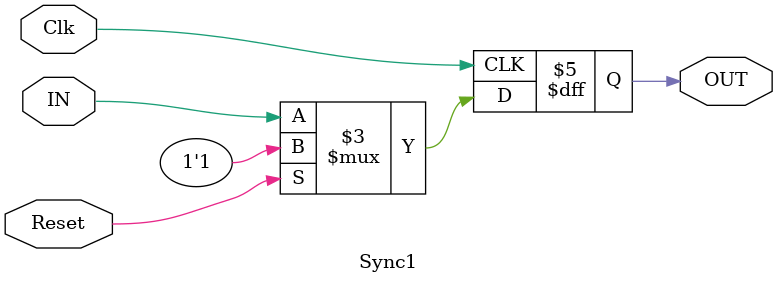
<source format=sv>
module ButtonSync (input Clk, IN,
						 output logic OUT);
			always_ff @ (posedge Clk)
			begin
				OUT <= IN;
			end
			
endmodule


module Sync0 (input Clk, Reset, IN,
					output logic OUT);
					
			always_ff @ (posedge Clk)
			begin
				if(Reset)
					OUT <= 1'b0;
				else
					OUT <= IN;
			end
endmodule

module Sync1 (input Clk, Reset, IN,
					output logic OUT);
					
			always_ff @ (posedge Clk)
			begin
				if(Reset)
					OUT <= 1'b1;
				else
					OUT <= IN;
			end
endmodule
			
</source>
